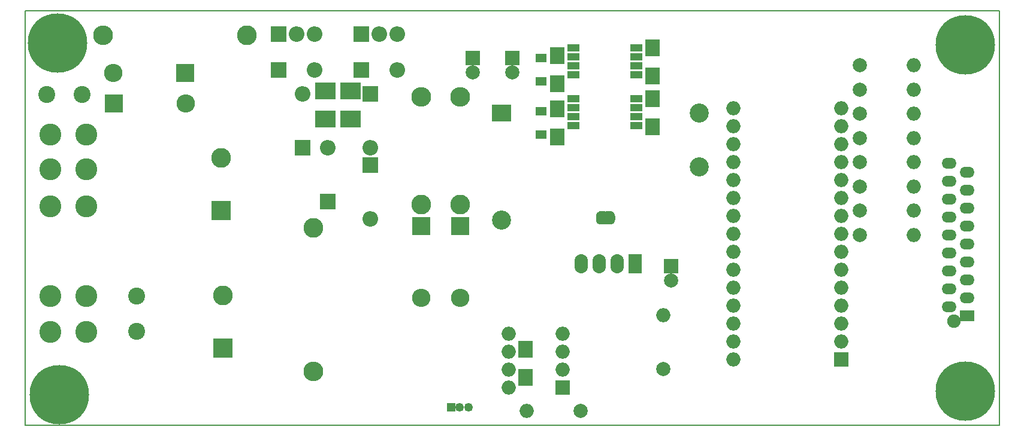
<source format=gbr>
G04 #@! TF.GenerationSoftware,KiCad,Pcbnew,5.1.5-52549c5~84~ubuntu18.04.1*
G04 #@! TF.CreationDate,2020-02-27T22:51:20+01:00*
G04 #@! TF.ProjectId,VFD,5646442e-6b69-4636-9164-5f7063625858,rev?*
G04 #@! TF.SameCoordinates,Original*
G04 #@! TF.FileFunction,Soldermask,Bot*
G04 #@! TF.FilePolarity,Negative*
%FSLAX46Y46*%
G04 Gerber Fmt 4.6, Leading zero omitted, Abs format (unit mm)*
G04 Created by KiCad (PCBNEW 5.1.5-52549c5~84~ubuntu18.04.1) date 2020-02-27 22:51:20*
%MOMM*%
%LPD*%
G04 APERTURE LIST*
%ADD10C,0.150000*%
%ADD11O,2.800000X2.800000*%
%ADD12C,2.800000*%
%ADD13O,2.000000X2.000000*%
%ADD14R,2.000000X2.000000*%
%ADD15R,2.000000X2.400000*%
%ADD16O,1.900000X2.700000*%
%ADD17R,1.900000X2.700000*%
%ADD18C,2.000000*%
%ADD19C,3.100000*%
%ADD20C,2.400000*%
%ADD21R,1.710000X1.050000*%
%ADD22R,1.710000X1.000000*%
%ADD23O,2.600000X2.600000*%
%ADD24R,2.600000X2.600000*%
%ADD25R,1.600000X1.300000*%
%ADD26O,2.200000X2.200000*%
%ADD27R,2.200000X2.200000*%
%ADD28R,2.900000X2.400000*%
%ADD29C,2.700000*%
%ADD30R,2.700000X2.400000*%
%ADD31C,1.300000*%
%ADD32C,8.400000*%
%ADD33C,0.100000*%
%ADD34C,1.250000*%
%ADD35R,1.250000X1.250000*%
%ADD36R,2.100000X1.520000*%
%ADD37O,2.100000X1.520000*%
%ADD38C,1.900000*%
%ADD39R,2.800000X2.800000*%
G04 APERTURE END LIST*
D10*
X173990000Y-93472000D02*
X36322000Y-93472000D01*
X173990000Y-34798000D02*
X173990000Y-93472000D01*
X36322000Y-93472000D02*
X36322000Y-34798000D01*
X36322000Y-34798000D02*
X173990000Y-34798000D01*
D11*
X47371000Y-38290500D03*
D12*
X67691000Y-38290500D03*
D11*
X77089000Y-85852000D03*
D12*
X77089000Y-65532000D03*
D13*
X136398000Y-48641000D03*
X151638000Y-48641000D03*
X136398000Y-84201000D03*
X151638000Y-51181000D03*
X136398000Y-81661000D03*
X151638000Y-53721000D03*
X136398000Y-79121000D03*
X151638000Y-56261000D03*
X136398000Y-76581000D03*
X151638000Y-58801000D03*
X136398000Y-74041000D03*
X151638000Y-61341000D03*
X136398000Y-71501000D03*
X151638000Y-63881000D03*
X136398000Y-68961000D03*
X151638000Y-66421000D03*
X136398000Y-66421000D03*
X151638000Y-68961000D03*
X136398000Y-63881000D03*
X151638000Y-71501000D03*
X136398000Y-61341000D03*
X151638000Y-74041000D03*
X136398000Y-58801000D03*
X151638000Y-76581000D03*
X136398000Y-56261000D03*
X151638000Y-79121000D03*
X136398000Y-53721000D03*
X151638000Y-81661000D03*
X136398000Y-51181000D03*
D14*
X151638000Y-84201000D03*
D15*
X107061000Y-82709000D03*
X107061000Y-86709000D03*
D16*
X114935000Y-70675500D03*
X117475000Y-70675500D03*
X120015000Y-70675500D03*
D17*
X122555000Y-70675500D03*
D13*
X104648000Y-88138000D03*
X112268000Y-80518000D03*
X104648000Y-85598000D03*
X112268000Y-83058000D03*
X104648000Y-83058000D03*
X112268000Y-85598000D03*
X104648000Y-80518000D03*
D14*
X112268000Y-88138000D03*
D13*
X161925000Y-42545000D03*
D18*
X154305000Y-42545000D03*
D13*
X161925000Y-45974000D03*
D18*
X154305000Y-45974000D03*
D13*
X161925000Y-49403000D03*
D18*
X154305000Y-49403000D03*
D13*
X161925000Y-52832000D03*
D18*
X154305000Y-52832000D03*
D13*
X161925000Y-56261000D03*
D18*
X154305000Y-56261000D03*
D13*
X161925000Y-59690000D03*
D18*
X154305000Y-59690000D03*
D13*
X161925000Y-63119000D03*
D18*
X154305000Y-63119000D03*
D13*
X161925000Y-66548000D03*
D18*
X154305000Y-66548000D03*
D11*
X92329000Y-46990000D03*
D12*
X92329000Y-62230000D03*
D11*
X97790000Y-46990000D03*
D12*
X97790000Y-62230000D03*
D13*
X126492000Y-77914500D03*
D18*
X126492000Y-85534500D03*
D13*
X107188000Y-91440000D03*
D18*
X114808000Y-91440000D03*
D19*
X44958000Y-80264000D03*
X39878000Y-80264000D03*
X44958000Y-57277000D03*
X39878000Y-57277000D03*
D15*
X124968000Y-44037000D03*
X124968000Y-40037000D03*
X124968000Y-51276000D03*
X124968000Y-47276000D03*
X111506000Y-52673000D03*
X111506000Y-48673000D03*
X111506000Y-45180000D03*
X111506000Y-41180000D03*
D18*
X127635000Y-72993000D03*
D14*
X127635000Y-70993000D03*
D19*
X44958000Y-62484000D03*
X39878000Y-62484000D03*
X44958000Y-52324000D03*
X39878000Y-52324000D03*
X44958000Y-75184000D03*
X39878000Y-75184000D03*
D20*
X52133500Y-75200500D03*
X52133500Y-80200500D03*
D21*
X122682000Y-40068500D03*
X122682000Y-41338500D03*
X122682000Y-42608500D03*
D22*
X122682000Y-43878500D03*
D21*
X113792000Y-43878500D03*
X113792000Y-42608500D03*
X113792000Y-41338500D03*
X113792000Y-40068500D03*
X122682000Y-47307500D03*
X122682000Y-48577500D03*
X122682000Y-49847500D03*
D22*
X122682000Y-51117500D03*
D21*
X113792000Y-51117500D03*
X113792000Y-49847500D03*
X113792000Y-48577500D03*
X113792000Y-47307500D03*
D23*
X92329000Y-75438000D03*
D24*
X92329000Y-65278000D03*
D25*
X109220000Y-52323000D03*
X109220000Y-49023000D03*
D26*
X77216000Y-38100000D03*
X74676000Y-38100000D03*
D27*
X72136000Y-38100000D03*
D26*
X88900000Y-38100000D03*
X86360000Y-38100000D03*
D27*
X83820000Y-38100000D03*
D28*
X78740000Y-46133000D03*
X78740000Y-50133000D03*
X82296000Y-50133000D03*
X82296000Y-46133000D03*
D23*
X97790000Y-75438000D03*
D24*
X97790000Y-65278000D03*
D26*
X75565000Y-46609000D03*
D27*
X75565000Y-54229000D03*
D26*
X79121000Y-54229000D03*
D27*
X79121000Y-61849000D03*
D26*
X85090000Y-64262000D03*
D27*
X85090000Y-56642000D03*
D26*
X85090000Y-54229000D03*
D27*
X85090000Y-46609000D03*
D26*
X77216000Y-43180000D03*
D27*
X72136000Y-43180000D03*
D29*
X131632000Y-49276000D03*
D30*
X103632000Y-49276000D03*
D29*
X103632000Y-64476000D03*
X131632000Y-56876000D03*
D31*
X171285320Y-37502680D03*
X169164000Y-36624000D03*
X167042680Y-37502680D03*
X166164000Y-39624000D03*
X167042680Y-41745320D03*
X169164000Y-42624000D03*
X171285320Y-41745320D03*
X172164000Y-39624000D03*
D32*
X169164000Y-39624000D03*
D33*
G36*
X119020112Y-63185602D02*
G01*
X119038534Y-63185602D01*
X119058140Y-63186565D01*
X119106971Y-63191375D01*
X119126380Y-63194254D01*
X119174505Y-63203826D01*
X119193548Y-63208596D01*
X119240503Y-63222840D01*
X119258980Y-63229451D01*
X119304313Y-63248228D01*
X119322061Y-63256623D01*
X119365334Y-63279754D01*
X119382162Y-63289840D01*
X119422961Y-63317100D01*
X119438730Y-63328795D01*
X119476659Y-63359923D01*
X119491200Y-63373103D01*
X119525897Y-63407800D01*
X119539077Y-63422341D01*
X119570205Y-63460270D01*
X119581900Y-63476039D01*
X119609160Y-63516838D01*
X119619246Y-63533666D01*
X119642377Y-63576939D01*
X119650772Y-63594687D01*
X119669549Y-63640020D01*
X119676160Y-63658497D01*
X119690404Y-63705452D01*
X119695174Y-63724495D01*
X119704746Y-63772620D01*
X119707625Y-63792029D01*
X119712435Y-63840860D01*
X119713398Y-63860466D01*
X119713398Y-63878888D01*
X119714000Y-63885000D01*
X119714000Y-64385000D01*
X119713398Y-64391112D01*
X119713398Y-64409534D01*
X119712435Y-64429140D01*
X119707625Y-64477971D01*
X119704746Y-64497380D01*
X119695174Y-64545505D01*
X119690404Y-64564548D01*
X119676160Y-64611503D01*
X119669549Y-64629980D01*
X119650772Y-64675313D01*
X119642377Y-64693061D01*
X119619246Y-64736334D01*
X119609160Y-64753162D01*
X119581900Y-64793961D01*
X119570205Y-64809730D01*
X119539077Y-64847659D01*
X119525897Y-64862200D01*
X119491200Y-64896897D01*
X119476659Y-64910077D01*
X119438730Y-64941205D01*
X119422961Y-64952900D01*
X119382162Y-64980160D01*
X119365334Y-64990246D01*
X119322061Y-65013377D01*
X119304313Y-65021772D01*
X119258980Y-65040549D01*
X119240503Y-65047160D01*
X119193548Y-65061404D01*
X119174505Y-65066174D01*
X119126380Y-65075746D01*
X119106971Y-65078625D01*
X119058140Y-65083435D01*
X119038534Y-65084398D01*
X119020112Y-65084398D01*
X119014000Y-65085000D01*
X118514000Y-65085000D01*
X118474982Y-65081157D01*
X118437463Y-65069776D01*
X118402886Y-65051294D01*
X118372579Y-65026421D01*
X118347706Y-64996114D01*
X118329224Y-64961537D01*
X118317843Y-64924018D01*
X118314000Y-64885000D01*
X118314000Y-63385000D01*
X118317843Y-63345982D01*
X118329224Y-63308463D01*
X118347706Y-63273886D01*
X118372579Y-63243579D01*
X118402886Y-63218706D01*
X118437463Y-63200224D01*
X118474982Y-63188843D01*
X118514000Y-63185000D01*
X119014000Y-63185000D01*
X119020112Y-63185602D01*
G37*
G36*
X118253018Y-63188843D02*
G01*
X118290537Y-63200224D01*
X118325114Y-63218706D01*
X118355421Y-63243579D01*
X118380294Y-63273886D01*
X118398776Y-63308463D01*
X118410157Y-63345982D01*
X118414000Y-63385000D01*
X118414000Y-64885000D01*
X118410157Y-64924018D01*
X118398776Y-64961537D01*
X118380294Y-64996114D01*
X118355421Y-65026421D01*
X118325114Y-65051294D01*
X118290537Y-65069776D01*
X118253018Y-65081157D01*
X118214000Y-65085000D01*
X117714000Y-65085000D01*
X117707888Y-65084398D01*
X117689466Y-65084398D01*
X117669860Y-65083435D01*
X117621029Y-65078625D01*
X117601620Y-65075746D01*
X117553495Y-65066174D01*
X117534452Y-65061404D01*
X117487497Y-65047160D01*
X117469020Y-65040549D01*
X117423687Y-65021772D01*
X117405939Y-65013377D01*
X117362666Y-64990246D01*
X117345838Y-64980160D01*
X117305039Y-64952900D01*
X117289270Y-64941205D01*
X117251341Y-64910077D01*
X117236800Y-64896897D01*
X117202103Y-64862200D01*
X117188923Y-64847659D01*
X117157795Y-64809730D01*
X117146100Y-64793961D01*
X117118840Y-64753162D01*
X117108754Y-64736334D01*
X117085623Y-64693061D01*
X117077228Y-64675313D01*
X117058451Y-64629980D01*
X117051840Y-64611503D01*
X117037596Y-64564548D01*
X117032826Y-64545505D01*
X117023254Y-64497380D01*
X117020375Y-64477971D01*
X117015565Y-64429140D01*
X117014602Y-64409534D01*
X117014602Y-64391112D01*
X117014000Y-64385000D01*
X117014000Y-63885000D01*
X117014602Y-63878888D01*
X117014602Y-63860466D01*
X117015565Y-63840860D01*
X117020375Y-63792029D01*
X117023254Y-63772620D01*
X117032826Y-63724495D01*
X117037596Y-63705452D01*
X117051840Y-63658497D01*
X117058451Y-63640020D01*
X117077228Y-63594687D01*
X117085623Y-63576939D01*
X117108754Y-63533666D01*
X117118840Y-63516838D01*
X117146100Y-63476039D01*
X117157795Y-63460270D01*
X117188923Y-63422341D01*
X117202103Y-63407800D01*
X117236800Y-63373103D01*
X117251341Y-63359923D01*
X117289270Y-63328795D01*
X117305039Y-63317100D01*
X117345838Y-63289840D01*
X117362666Y-63279754D01*
X117405939Y-63256623D01*
X117423687Y-63248228D01*
X117469020Y-63229451D01*
X117487497Y-63222840D01*
X117534452Y-63208596D01*
X117553495Y-63203826D01*
X117601620Y-63194254D01*
X117621029Y-63191375D01*
X117669860Y-63186565D01*
X117689466Y-63185602D01*
X117707888Y-63185602D01*
X117714000Y-63185000D01*
X118214000Y-63185000D01*
X118253018Y-63188843D01*
G37*
D34*
X99020000Y-90932000D03*
X97770000Y-90932000D03*
D35*
X96520000Y-90932000D03*
D36*
X169418000Y-77978000D03*
D37*
X166878000Y-76708000D03*
X169418000Y-75438000D03*
X166878000Y-74168000D03*
X169418000Y-72898000D03*
X166878000Y-71628000D03*
X169418000Y-70358000D03*
X166878000Y-69088000D03*
X169418000Y-67818000D03*
X166878000Y-66548000D03*
X169418000Y-65278000D03*
X166878000Y-64008000D03*
X169418000Y-62738000D03*
X166878000Y-61468000D03*
X169418000Y-60198000D03*
X166878000Y-58928000D03*
X169418000Y-57658000D03*
X166878000Y-56388000D03*
D38*
X167618000Y-78743000D03*
D26*
X88900000Y-43180000D03*
D27*
X83820000Y-43180000D03*
D31*
X171285320Y-86524680D03*
X169164000Y-85646000D03*
X167042680Y-86524680D03*
X166164000Y-88646000D03*
X167042680Y-90767320D03*
X169164000Y-91646000D03*
X171285320Y-90767320D03*
X172164000Y-88646000D03*
D32*
X169164000Y-88646000D03*
D31*
X43015320Y-37248680D03*
X40894000Y-36370000D03*
X38772680Y-37248680D03*
X37894000Y-39370000D03*
X38772680Y-41491320D03*
X40894000Y-42370000D03*
X43015320Y-41491320D03*
X43894000Y-39370000D03*
D32*
X40894000Y-39370000D03*
D31*
X43269320Y-87032680D03*
X41148000Y-86154000D03*
X39026680Y-87032680D03*
X38148000Y-89154000D03*
X39026680Y-91275320D03*
X41148000Y-92154000D03*
X43269320Y-91275320D03*
X44148000Y-89154000D03*
D32*
X41148000Y-89154000D03*
D20*
X39386500Y-46672500D03*
X44386500Y-46672500D03*
D39*
X64262000Y-82613500D03*
D12*
X64262000Y-75113500D03*
D39*
X64008000Y-63119000D03*
D12*
X64008000Y-55619000D03*
D14*
X105156000Y-41529000D03*
D18*
X105156000Y-43529000D03*
D14*
X99568000Y-41529000D03*
D18*
X99568000Y-43529000D03*
D24*
X58991500Y-43624500D03*
D23*
X48831500Y-43624500D03*
D24*
X48895000Y-47942500D03*
D23*
X59055000Y-47942500D03*
D25*
X109220000Y-44830000D03*
X109220000Y-41530000D03*
M02*

</source>
